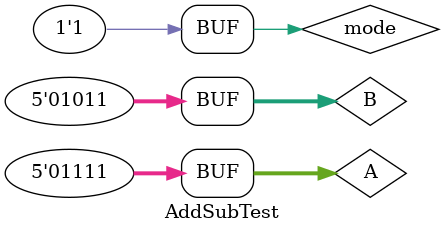
<source format=v>
`timescale 1ns/1ns
module AddSubTest ();
    reg [4:0] A = 5'b01111, B = 5'b01011;
    reg mode = 1'b0;
    wire [4:0] sum;
    wire cout;
    AddSub #(6) UUT(A, B, mode, sum, cout);
    initial begin
        #500;
        mode = 1'b1;
        #500;
    end
endmodule
</source>
